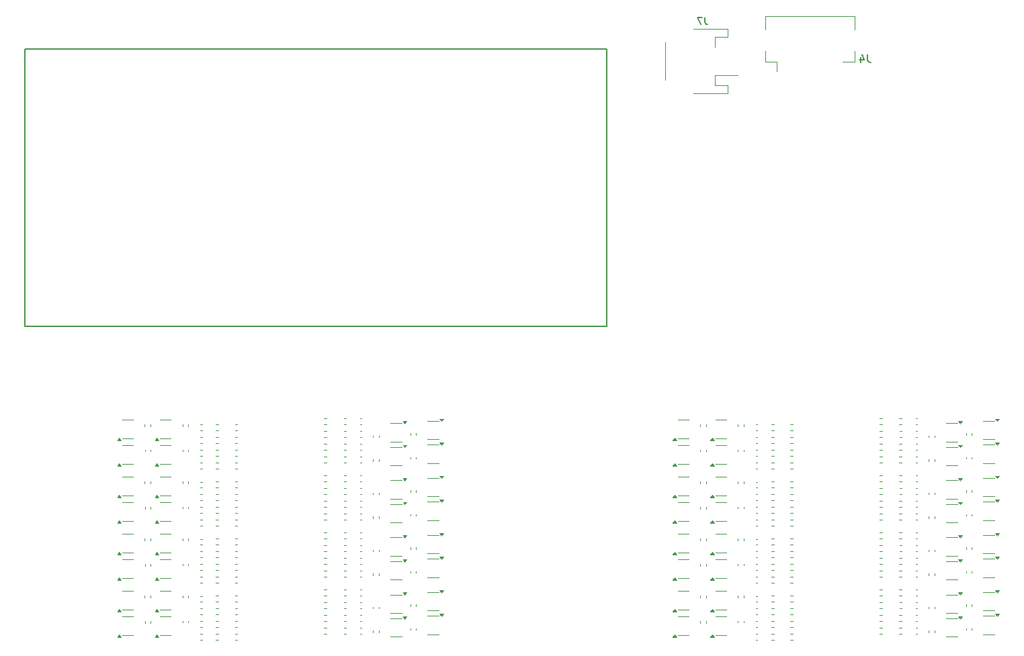
<source format=gbr>
%TF.GenerationSoftware,KiCad,Pcbnew,9.0.0-rc1*%
%TF.CreationDate,2025-02-06T15:05:50-05:00*%
%TF.ProjectId,ephys-test-board,65706879-732d-4746-9573-742d626f6172,B*%
%TF.SameCoordinates,Original*%
%TF.FileFunction,Legend,Bot*%
%TF.FilePolarity,Positive*%
%FSLAX46Y46*%
G04 Gerber Fmt 4.6, Leading zero omitted, Abs format (unit mm)*
G04 Created by KiCad (PCBNEW 9.0.0-rc1) date 2025-02-06 15:05:50*
%MOMM*%
%LPD*%
G01*
G04 APERTURE LIST*
%ADD10C,0.150000*%
%ADD11C,0.120000*%
G04 APERTURE END LIST*
D10*
X132800000Y-70100000D02*
X206100000Y-70100000D01*
X206100000Y-105000000D01*
X132800000Y-105000000D01*
X132800000Y-70100000D01*
X238983333Y-70754819D02*
X238983333Y-71469104D01*
X238983333Y-71469104D02*
X239030952Y-71611961D01*
X239030952Y-71611961D02*
X239126190Y-71707200D01*
X239126190Y-71707200D02*
X239269047Y-71754819D01*
X239269047Y-71754819D02*
X239364285Y-71754819D01*
X238078571Y-71088152D02*
X238078571Y-71754819D01*
X238316666Y-70707200D02*
X238554761Y-71421485D01*
X238554761Y-71421485D02*
X237935714Y-71421485D01*
X218499999Y-66058557D02*
X218499999Y-66701414D01*
X218499999Y-66701414D02*
X218542856Y-66829985D01*
X218542856Y-66829985D02*
X218628570Y-66915700D01*
X218628570Y-66915700D02*
X218757142Y-66958557D01*
X218757142Y-66958557D02*
X218842856Y-66958557D01*
X218157142Y-66058557D02*
X217557142Y-66058557D01*
X217557142Y-66058557D02*
X217942856Y-66958557D01*
D11*
%TO.C,U140*%
X248875000Y-138865000D02*
X250285000Y-138865000D01*
X248875000Y-141185000D02*
X250275000Y-141185000D01*
X250655000Y-138915000D02*
X250415000Y-138585000D01*
X250895000Y-138585000D01*
X250655000Y-138915000D01*
G36*
X250655000Y-138915000D02*
G01*
X250415000Y-138585000D01*
X250895000Y-138585000D01*
X250655000Y-138915000D01*
G37*
%TO.C,R63*%
X159246359Y-142220000D02*
X159553641Y-142220000D01*
X159246359Y-142980000D02*
X159553641Y-142980000D01*
%TO.C,R185*%
X229246359Y-140620000D02*
X229553641Y-140620000D01*
X229246359Y-141380000D02*
X229553641Y-141380000D01*
%TO.C,C251*%
X251365000Y-128932836D02*
X251365000Y-128717164D01*
X252085000Y-128932836D02*
X252085000Y-128717164D01*
%TO.C,R157*%
X227153641Y-126220000D02*
X226846359Y-126220000D01*
X227153641Y-126980000D02*
X226846359Y-126980000D01*
%TO.C,R74*%
X172971359Y-116645000D02*
X173278641Y-116645000D01*
X172971359Y-117405000D02*
X173278641Y-117405000D01*
%TO.C,R234*%
X242971359Y-131045000D02*
X243278641Y-131045000D01*
X242971359Y-131805000D02*
X243278641Y-131805000D01*
%TO.C,U28*%
X146450000Y-134440000D02*
X145050000Y-134440000D01*
X146450000Y-136760000D02*
X145040000Y-136760000D01*
X144910000Y-137040000D02*
X144430000Y-137040000D01*
X144670000Y-136710000D01*
X144910000Y-137040000D01*
G36*
X144910000Y-137040000D02*
G01*
X144430000Y-137040000D01*
X144670000Y-136710000D01*
X144910000Y-137040000D01*
G37*
%TO.C,C44*%
X154892164Y-129440000D02*
X155107836Y-129440000D01*
X154892164Y-130160000D02*
X155107836Y-130160000D01*
%TO.C,R232*%
X240778641Y-132645000D02*
X240471359Y-132645000D01*
X240778641Y-133405000D02*
X240471359Y-133405000D01*
%TO.C,C115*%
X181365000Y-128932836D02*
X181365000Y-128717164D01*
X182085000Y-128932836D02*
X182085000Y-128717164D01*
%TO.C,U129*%
X253525000Y-131365000D02*
X254935000Y-131365000D01*
X253525000Y-133685000D02*
X254925000Y-133685000D01*
X255305000Y-131415000D02*
X255065000Y-131085000D01*
X255545000Y-131085000D01*
X255305000Y-131415000D01*
G36*
X255305000Y-131415000D02*
G01*
X255065000Y-131085000D01*
X255545000Y-131085000D01*
X255305000Y-131415000D01*
G37*
%TO.C,C103*%
X175242836Y-125465000D02*
X175027164Y-125465000D01*
X175242836Y-126185000D02*
X175027164Y-126185000D01*
%TO.C,R112*%
X170778641Y-135845000D02*
X170471359Y-135845000D01*
X170778641Y-136605000D02*
X170471359Y-136605000D01*
%TO.C,R244*%
X242971359Y-135845000D02*
X243278641Y-135845000D01*
X242971359Y-136605000D02*
X243278641Y-136605000D01*
%TO.C,C165*%
X222640000Y-120592164D02*
X222640000Y-120807836D01*
X223360000Y-120592164D02*
X223360000Y-120807836D01*
%TO.C,R220*%
X242981359Y-125445000D02*
X243288641Y-125445000D01*
X242981359Y-126205000D02*
X243288641Y-126205000D01*
%TO.C,C25*%
X154892164Y-120640000D02*
X155107836Y-120640000D01*
X154892164Y-121360000D02*
X155107836Y-121360000D01*
%TO.C,C90*%
X181365000Y-118732836D02*
X181365000Y-118517164D01*
X182085000Y-118732836D02*
X182085000Y-118517164D01*
%TO.C,J4*%
X226050000Y-65900000D02*
X226050000Y-67640000D01*
X226050000Y-70360000D02*
X226050000Y-71700000D01*
X226050000Y-71700000D02*
X227540000Y-71700000D01*
X227540000Y-72900000D02*
X227540000Y-71700000D01*
X237350000Y-65900000D02*
X226050000Y-65900000D01*
X237350000Y-67640000D02*
X237350000Y-65900000D01*
X237350000Y-70360000D02*
X237350000Y-71700000D01*
X237350000Y-71700000D02*
X235860000Y-71700000D01*
%TO.C,C174*%
X222640000Y-124612164D02*
X222640000Y-124827836D01*
X223360000Y-124612164D02*
X223360000Y-124827836D01*
%TO.C,U22*%
X151200000Y-131240000D02*
X149800000Y-131240000D01*
X151200000Y-133560000D02*
X149790000Y-133560000D01*
X149660000Y-133840000D02*
X149180000Y-133840000D01*
X149420000Y-133510000D01*
X149660000Y-133840000D01*
G36*
X149660000Y-133840000D02*
G01*
X149180000Y-133840000D01*
X149420000Y-133510000D01*
X149660000Y-133840000D01*
G37*
%TO.C,R246*%
X240778641Y-138245000D02*
X240471359Y-138245000D01*
X240778641Y-139005000D02*
X240471359Y-139005000D01*
%TO.C,C204*%
X224892164Y-139040000D02*
X225107836Y-139040000D01*
X224892164Y-139760000D02*
X225107836Y-139760000D01*
%TO.C,C153*%
X224892164Y-117440000D02*
X225107836Y-117440000D01*
X224892164Y-118160000D02*
X225107836Y-118160000D01*
%TO.C,R104*%
X170778641Y-132645000D02*
X170471359Y-132645000D01*
X170778641Y-133405000D02*
X170471359Y-133405000D01*
%TO.C,U78*%
X216450000Y-116840000D02*
X215050000Y-116840000D01*
X216450000Y-119160000D02*
X215040000Y-119160000D01*
X214910000Y-119440000D02*
X214430000Y-119440000D01*
X214670000Y-119110000D01*
X214910000Y-119440000D01*
G36*
X214910000Y-119440000D02*
G01*
X214430000Y-119440000D01*
X214670000Y-119110000D01*
X214910000Y-119440000D01*
G37*
%TO.C,R43*%
X157153641Y-131820000D02*
X156846359Y-131820000D01*
X157153641Y-132580000D02*
X156846359Y-132580000D01*
%TO.C,R179*%
X227153641Y-135020000D02*
X226846359Y-135020000D01*
X227153641Y-135780000D02*
X226846359Y-135780000D01*
%TO.C,C27*%
X154892164Y-122240000D02*
X155107836Y-122240000D01*
X154892164Y-122960000D02*
X155107836Y-122960000D01*
%TO.C,R108*%
X172981359Y-132645000D02*
X173288641Y-132645000D01*
X172981359Y-133405000D02*
X173288641Y-133405000D01*
%TO.C,R200*%
X240778641Y-118245000D02*
X240471359Y-118245000D01*
X240778641Y-119005000D02*
X240471359Y-119005000D01*
%TO.C,R23*%
X159246359Y-124620000D02*
X159553641Y-124620000D01*
X159246359Y-125380000D02*
X159553641Y-125380000D01*
%TO.C,R242*%
X242971359Y-134245000D02*
X243278641Y-134245000D01*
X242971359Y-135005000D02*
X243278641Y-135005000D01*
%TO.C,R252*%
X242981359Y-139845000D02*
X243288641Y-139845000D01*
X242981359Y-140605000D02*
X243288641Y-140605000D01*
%TO.C,C157*%
X222640000Y-117412164D02*
X222640000Y-117627836D01*
X223360000Y-117412164D02*
X223360000Y-117627836D01*
%TO.C,U85*%
X221200000Y-124040000D02*
X219800000Y-124040000D01*
X221200000Y-126360000D02*
X219790000Y-126360000D01*
X219660000Y-126640000D02*
X219180000Y-126640000D01*
X219420000Y-126310000D01*
X219660000Y-126640000D01*
G36*
X219660000Y-126640000D02*
G01*
X219180000Y-126640000D01*
X219420000Y-126310000D01*
X219660000Y-126640000D01*
G37*
%TO.C,C19*%
X154892164Y-119040000D02*
X155107836Y-119040000D01*
X154892164Y-119760000D02*
X155107836Y-119760000D01*
%TO.C,C76*%
X154892164Y-142240000D02*
X155107836Y-142240000D01*
X154892164Y-142960000D02*
X155107836Y-142960000D01*
%TO.C,R137*%
X229246359Y-119020000D02*
X229553641Y-119020000D01*
X229246359Y-119780000D02*
X229553641Y-119780000D01*
%TO.C,C21*%
X152640000Y-117412164D02*
X152640000Y-117627836D01*
X153360000Y-117412164D02*
X153360000Y-117627836D01*
%TO.C,C230*%
X245232836Y-121465000D02*
X245017164Y-121465000D01*
X245232836Y-122185000D02*
X245017164Y-122185000D01*
%TO.C,U54*%
X178875000Y-127465000D02*
X180285000Y-127465000D01*
X178875000Y-129785000D02*
X180275000Y-129785000D01*
X180655000Y-127515000D02*
X180415000Y-127185000D01*
X180895000Y-127185000D01*
X180655000Y-127515000D01*
G36*
X180655000Y-127515000D02*
G01*
X180415000Y-127185000D01*
X180895000Y-127185000D01*
X180655000Y-127515000D01*
G37*
%TO.C,C82*%
X147903500Y-142212164D02*
X147903500Y-142427836D01*
X148623500Y-142212164D02*
X148623500Y-142427836D01*
%TO.C,C113*%
X176665000Y-129232836D02*
X176665000Y-129017164D01*
X177385000Y-129232836D02*
X177385000Y-129017164D01*
%TO.C,R98*%
X172971359Y-127045000D02*
X173278641Y-127045000D01*
X172971359Y-127805000D02*
X173278641Y-127805000D01*
%TO.C,R86*%
X170778641Y-123845000D02*
X170471359Y-123845000D01*
X170778641Y-124605000D02*
X170471359Y-124605000D01*
%TO.C,C161*%
X224892164Y-120640000D02*
X225107836Y-120640000D01*
X224892164Y-121360000D02*
X225107836Y-121360000D01*
%TO.C,R67*%
X157153641Y-142220000D02*
X156846359Y-142220000D01*
X157153641Y-142980000D02*
X156846359Y-142980000D01*
%TO.C,U39*%
X183525000Y-116965000D02*
X184935000Y-116965000D01*
X183525000Y-119285000D02*
X184925000Y-119285000D01*
X185305000Y-117015000D02*
X185065000Y-116685000D01*
X185545000Y-116685000D01*
X185305000Y-117015000D01*
G36*
X185305000Y-117015000D02*
G01*
X185065000Y-116685000D01*
X185545000Y-116685000D01*
X185305000Y-117015000D01*
G37*
%TO.C,R84*%
X172971359Y-121445000D02*
X173278641Y-121445000D01*
X172971359Y-122205000D02*
X173278641Y-122205000D01*
%TO.C,R189*%
X227153641Y-140620000D02*
X226846359Y-140620000D01*
X227153641Y-141380000D02*
X226846359Y-141380000D01*
%TO.C,C57*%
X147890000Y-131812164D02*
X147890000Y-132027836D01*
X148610000Y-131812164D02*
X148610000Y-132027836D01*
%TO.C,C29*%
X152640000Y-120592164D02*
X152640000Y-120807836D01*
X153360000Y-120592164D02*
X153360000Y-120807836D01*
%TO.C,C53*%
X154892164Y-133440000D02*
X155107836Y-133440000D01*
X154892164Y-134160000D02*
X155107836Y-134160000D01*
%TO.C,R139*%
X227153641Y-117420000D02*
X226846359Y-117420000D01*
X227153641Y-118180000D02*
X226846359Y-118180000D01*
%TO.C,R102*%
X170778641Y-131045000D02*
X170471359Y-131045000D01*
X170778641Y-131805000D02*
X170471359Y-131805000D01*
%TO.C,C249*%
X246665000Y-129232836D02*
X246665000Y-129017164D01*
X247385000Y-129232836D02*
X247385000Y-129017164D01*
%TO.C,C38*%
X152640000Y-124612164D02*
X152640000Y-124827836D01*
X153360000Y-124612164D02*
X153360000Y-124827836D01*
%TO.C,R124*%
X172981359Y-139845000D02*
X173288641Y-139845000D01*
X172981359Y-140605000D02*
X173288641Y-140605000D01*
%TO.C,R236*%
X242981359Y-132645000D02*
X243288641Y-132645000D01*
X242981359Y-133405000D02*
X243288641Y-133405000D01*
%TO.C,C243*%
X251365000Y-125932836D02*
X251365000Y-125717164D01*
X252085000Y-125932836D02*
X252085000Y-125717164D01*
%TO.C,U144*%
X248875000Y-141865000D02*
X250285000Y-141865000D01*
X248875000Y-144185000D02*
X250275000Y-144185000D01*
X250655000Y-141915000D02*
X250415000Y-141585000D01*
X250895000Y-141585000D01*
X250655000Y-141915000D01*
G36*
X250655000Y-141915000D02*
G01*
X250415000Y-141585000D01*
X250895000Y-141585000D01*
X250655000Y-141915000D01*
G37*
%TO.C,C122*%
X176665000Y-133432836D02*
X176665000Y-133217164D01*
X177385000Y-133432836D02*
X177385000Y-133217164D01*
%TO.C,C149*%
X181365000Y-143332836D02*
X181365000Y-143117164D01*
X182085000Y-143332836D02*
X182085000Y-143117164D01*
%TO.C,C279*%
X245232836Y-141465000D02*
X245017164Y-141465000D01*
X245232836Y-142185000D02*
X245017164Y-142185000D01*
%TO.C,R218*%
X242971359Y-123845000D02*
X243278641Y-123845000D01*
X242971359Y-124605000D02*
X243278641Y-124605000D01*
%TO.C,U10*%
X146450000Y-120040000D02*
X145050000Y-120040000D01*
X146450000Y-122360000D02*
X145040000Y-122360000D01*
X144910000Y-122640000D02*
X144430000Y-122640000D01*
X144670000Y-122310000D01*
X144910000Y-122640000D01*
G36*
X144910000Y-122640000D02*
G01*
X144430000Y-122640000D01*
X144670000Y-122310000D01*
X144910000Y-122640000D01*
G37*
%TO.C,R128*%
X170778641Y-143045000D02*
X170471359Y-143045000D01*
X170778641Y-143805000D02*
X170471359Y-143805000D01*
%TO.C,R45*%
X157153641Y-133420000D02*
X156846359Y-133420000D01*
X157153641Y-134180000D02*
X156846359Y-134180000D01*
%TO.C,C216*%
X222640000Y-142192164D02*
X222640000Y-142407836D01*
X223360000Y-142192164D02*
X223360000Y-142407836D01*
%TO.C,C277*%
X251365000Y-140332836D02*
X251365000Y-140117164D01*
X252085000Y-140332836D02*
X252085000Y-140117164D01*
%TO.C,C145*%
X175232836Y-143065000D02*
X175017164Y-143065000D01*
X175232836Y-143785000D02*
X175017164Y-143785000D01*
%TO.C,C36*%
X154892164Y-126240000D02*
X155107836Y-126240000D01*
X154892164Y-126960000D02*
X155107836Y-126960000D01*
%TO.C,R88*%
X170778641Y-125445000D02*
X170471359Y-125445000D01*
X170778641Y-126205000D02*
X170471359Y-126205000D01*
%TO.C,C72*%
X152640000Y-139012164D02*
X152640000Y-139227836D01*
X153360000Y-139012164D02*
X153360000Y-139227836D01*
%TO.C,C212*%
X224892164Y-142240000D02*
X225107836Y-142240000D01*
X224892164Y-142960000D02*
X225107836Y-142960000D01*
%TO.C,R116*%
X172971359Y-135845000D02*
X173278641Y-135845000D01*
X172971359Y-136605000D02*
X173278641Y-136605000D01*
%TO.C,R94*%
X170778641Y-127045000D02*
X170471359Y-127045000D01*
X170778641Y-127805000D02*
X170471359Y-127805000D01*
%TO.C,C155*%
X224892164Y-119040000D02*
X225107836Y-119040000D01*
X224892164Y-119760000D02*
X225107836Y-119760000D01*
%TO.C,C132*%
X181365000Y-136132836D02*
X181365000Y-135917164D01*
X182085000Y-136132836D02*
X182085000Y-135917164D01*
%TO.C,C189*%
X224892164Y-133440000D02*
X225107836Y-133440000D01*
X224892164Y-134160000D02*
X225107836Y-134160000D01*
%TO.C,C266*%
X246665000Y-136432836D02*
X246665000Y-136217164D01*
X247385000Y-136432836D02*
X247385000Y-136217164D01*
%TO.C,U117*%
X248875000Y-120265000D02*
X250285000Y-120265000D01*
X248875000Y-122585000D02*
X250275000Y-122585000D01*
X250655000Y-120315000D02*
X250415000Y-119985000D01*
X250895000Y-119985000D01*
X250655000Y-120315000D01*
G36*
X250655000Y-120315000D02*
G01*
X250415000Y-119985000D01*
X250895000Y-119985000D01*
X250655000Y-120315000D01*
G37*
%TO.C,C40*%
X147890000Y-124612164D02*
X147890000Y-124827836D01*
X148610000Y-124612164D02*
X148610000Y-124827836D01*
%TO.C,R155*%
X227153641Y-124620000D02*
X226846359Y-124620000D01*
X227153641Y-125380000D02*
X226846359Y-125380000D01*
%TO.C,R216*%
X240778641Y-125445000D02*
X240471359Y-125445000D01*
X240778641Y-126205000D02*
X240471359Y-126205000D01*
%TO.C,U52*%
X183525000Y-127165000D02*
X184935000Y-127165000D01*
X183525000Y-129485000D02*
X184925000Y-129485000D01*
X185305000Y-127215000D02*
X185065000Y-126885000D01*
X185545000Y-126885000D01*
X185305000Y-127215000D01*
G36*
X185305000Y-127215000D02*
G01*
X185065000Y-126885000D01*
X185545000Y-126885000D01*
X185305000Y-127215000D01*
G37*
%TO.C,R181*%
X227153641Y-136620000D02*
X226846359Y-136620000D01*
X227153641Y-137380000D02*
X226846359Y-137380000D01*
%TO.C,U133*%
X253525000Y-134365000D02*
X254935000Y-134365000D01*
X253525000Y-136685000D02*
X254925000Y-136685000D01*
X255305000Y-134415000D02*
X255065000Y-134085000D01*
X255545000Y-134085000D01*
X255305000Y-134415000D01*
G36*
X255305000Y-134415000D02*
G01*
X255065000Y-134085000D01*
X255545000Y-134085000D01*
X255305000Y-134415000D01*
G37*
%TO.C,C88*%
X176665000Y-119032836D02*
X176665000Y-118817164D01*
X177385000Y-119032836D02*
X177385000Y-118817164D01*
%TO.C,U76*%
X221200000Y-116840000D02*
X219800000Y-116840000D01*
X221200000Y-119160000D02*
X219790000Y-119160000D01*
X219660000Y-119440000D02*
X219180000Y-119440000D01*
X219420000Y-119110000D01*
X219660000Y-119440000D01*
G36*
X219660000Y-119440000D02*
G01*
X219180000Y-119440000D01*
X219420000Y-119110000D01*
X219660000Y-119440000D01*
G37*
%TO.C,R250*%
X242971359Y-138245000D02*
X243278641Y-138245000D01*
X242971359Y-139005000D02*
X243278641Y-139005000D01*
%TO.C,U113*%
X248875000Y-117265000D02*
X250285000Y-117265000D01*
X248875000Y-119585000D02*
X250275000Y-119585000D01*
X250655000Y-117315000D02*
X250415000Y-116985000D01*
X250895000Y-116985000D01*
X250655000Y-117315000D01*
G36*
X250655000Y-117315000D02*
G01*
X250415000Y-116985000D01*
X250895000Y-116985000D01*
X250655000Y-117315000D01*
G37*
%TO.C,C206*%
X224892164Y-140640000D02*
X225107836Y-140640000D01*
X224892164Y-141360000D02*
X225107836Y-141360000D01*
%TO.C,U89*%
X221200000Y-127240000D02*
X219800000Y-127240000D01*
X221200000Y-129560000D02*
X219790000Y-129560000D01*
X219660000Y-129840000D02*
X219180000Y-129840000D01*
X219420000Y-129510000D01*
X219660000Y-129840000D01*
G36*
X219660000Y-129840000D02*
G01*
X219180000Y-129840000D01*
X219420000Y-129510000D01*
X219660000Y-129840000D01*
G37*
%TO.C,U24*%
X146450000Y-131240000D02*
X145050000Y-131240000D01*
X146450000Y-133560000D02*
X145040000Y-133560000D01*
X144910000Y-133840000D02*
X144430000Y-133840000D01*
X144670000Y-133510000D01*
X144910000Y-133840000D01*
G36*
X144910000Y-133840000D02*
G01*
X144430000Y-133840000D01*
X144670000Y-133510000D01*
X144910000Y-133840000D01*
G37*
%TO.C,R92*%
X172981359Y-125445000D02*
X173288641Y-125445000D01*
X172981359Y-126205000D02*
X173288641Y-126205000D01*
%TO.C,R147*%
X227153641Y-120620000D02*
X226846359Y-120620000D01*
X227153641Y-121380000D02*
X226846359Y-121380000D01*
%TO.C,U80*%
X221200000Y-120040000D02*
X219800000Y-120040000D01*
X221200000Y-122360000D02*
X219790000Y-122360000D01*
X219660000Y-122640000D02*
X219180000Y-122640000D01*
X219420000Y-122310000D01*
X219660000Y-122640000D01*
G36*
X219660000Y-122640000D02*
G01*
X219180000Y-122640000D01*
X219420000Y-122310000D01*
X219660000Y-122640000D01*
G37*
%TO.C,C42*%
X154892164Y-127840000D02*
X155107836Y-127840000D01*
X154892164Y-128560000D02*
X155107836Y-128560000D01*
%TO.C,U72*%
X178875000Y-141865000D02*
X180285000Y-141865000D01*
X178875000Y-144185000D02*
X180275000Y-144185000D01*
X180655000Y-141915000D02*
X180415000Y-141585000D01*
X180895000Y-141585000D01*
X180655000Y-141915000D01*
G36*
X180655000Y-141915000D02*
G01*
X180415000Y-141585000D01*
X180895000Y-141585000D01*
X180655000Y-141915000D01*
G37*
%TO.C,U122*%
X248875000Y-124465000D02*
X250285000Y-124465000D01*
X248875000Y-126785000D02*
X250275000Y-126785000D01*
X250655000Y-124515000D02*
X250415000Y-124185000D01*
X250895000Y-124185000D01*
X250655000Y-124515000D01*
G36*
X250655000Y-124515000D02*
G01*
X250415000Y-124185000D01*
X250895000Y-124185000D01*
X250655000Y-124515000D01*
G37*
%TO.C,C141*%
X181365000Y-140332836D02*
X181365000Y-140117164D01*
X182085000Y-140332836D02*
X182085000Y-140117164D01*
%TO.C,U26*%
X151200000Y-134440000D02*
X149800000Y-134440000D01*
X151200000Y-136760000D02*
X149790000Y-136760000D01*
X149660000Y-137040000D02*
X149180000Y-137040000D01*
X149420000Y-136710000D01*
X149660000Y-137040000D01*
G36*
X149660000Y-137040000D02*
G01*
X149180000Y-137040000D01*
X149420000Y-136710000D01*
X149660000Y-137040000D01*
G37*
%TO.C,R222*%
X240778641Y-127045000D02*
X240471359Y-127045000D01*
X240778641Y-127805000D02*
X240471359Y-127805000D01*
%TO.C,R80*%
X170778641Y-121445000D02*
X170471359Y-121445000D01*
X170778641Y-122205000D02*
X170471359Y-122205000D01*
%TO.C,R238*%
X240778641Y-134245000D02*
X240471359Y-134245000D01*
X240778641Y-135005000D02*
X240471359Y-135005000D01*
%TO.C,R59*%
X157153641Y-139020000D02*
X156846359Y-139020000D01*
X157153641Y-139780000D02*
X156846359Y-139780000D01*
%TO.C,C247*%
X245232836Y-128665000D02*
X245017164Y-128665000D01*
X245232836Y-129385000D02*
X245017164Y-129385000D01*
%TO.C,U82*%
X216450000Y-120040000D02*
X215050000Y-120040000D01*
X216450000Y-122360000D02*
X215040000Y-122360000D01*
X214910000Y-122640000D02*
X214430000Y-122640000D01*
X214670000Y-122310000D01*
X214910000Y-122640000D01*
G36*
X214910000Y-122640000D02*
G01*
X214430000Y-122640000D01*
X214670000Y-122310000D01*
X214910000Y-122640000D01*
G37*
%TO.C,C178*%
X224892164Y-127840000D02*
X225107836Y-127840000D01*
X224892164Y-128560000D02*
X225107836Y-128560000D01*
%TO.C,R173*%
X227153641Y-133420000D02*
X226846359Y-133420000D01*
X227153641Y-134180000D02*
X226846359Y-134180000D01*
%TO.C,C222*%
X245242836Y-118265000D02*
X245027164Y-118265000D01*
X245242836Y-118985000D02*
X245027164Y-118985000D01*
%TO.C,C92*%
X175232836Y-119865000D02*
X175017164Y-119865000D01*
X175232836Y-120585000D02*
X175017164Y-120585000D01*
%TO.C,U35*%
X151200000Y-141640000D02*
X149800000Y-141640000D01*
X151200000Y-143960000D02*
X149790000Y-143960000D01*
X149660000Y-144240000D02*
X149180000Y-144240000D01*
X149420000Y-143910000D01*
X149660000Y-144240000D01*
G36*
X149660000Y-144240000D02*
G01*
X149180000Y-144240000D01*
X149420000Y-143910000D01*
X149660000Y-144240000D01*
G37*
%TO.C,C65*%
X147903500Y-135012164D02*
X147903500Y-135227836D01*
X148623500Y-135012164D02*
X148623500Y-135227836D01*
%TO.C,R21*%
X157153641Y-122220000D02*
X156846359Y-122220000D01*
X157153641Y-122980000D02*
X156846359Y-122980000D01*
%TO.C,C98*%
X181365000Y-121732836D02*
X181365000Y-121517164D01*
X182085000Y-121732836D02*
X182085000Y-121517164D01*
%TO.C,C74*%
X147890000Y-139012164D02*
X147890000Y-139227836D01*
X148610000Y-139012164D02*
X148610000Y-139227836D01*
%TO.C,C51*%
X154892164Y-131840000D02*
X155107836Y-131840000D01*
X154892164Y-132560000D02*
X155107836Y-132560000D01*
%TO.C,R175*%
X229246359Y-135020000D02*
X229553641Y-135020000D01*
X229246359Y-135780000D02*
X229553641Y-135780000D01*
%TO.C,C241*%
X246665000Y-126232836D02*
X246665000Y-126017164D01*
X247385000Y-126232836D02*
X247385000Y-126017164D01*
%TO.C,C191*%
X222640000Y-131812164D02*
X222640000Y-132027836D01*
X223360000Y-131812164D02*
X223360000Y-132027836D01*
%TO.C,R69*%
X157153641Y-143820000D02*
X156846359Y-143820000D01*
X157153641Y-144580000D02*
X156846359Y-144580000D01*
%TO.C,U138*%
X253525000Y-138565000D02*
X254935000Y-138565000D01*
X253525000Y-140885000D02*
X254925000Y-140885000D01*
X255305000Y-138615000D02*
X255065000Y-138285000D01*
X255545000Y-138285000D01*
X255305000Y-138615000D01*
G36*
X255305000Y-138615000D02*
G01*
X255065000Y-138285000D01*
X255545000Y-138285000D01*
X255305000Y-138615000D01*
G37*
%TO.C,C55*%
X152640000Y-131812164D02*
X152640000Y-132027836D01*
X153360000Y-131812164D02*
X153360000Y-132027836D01*
%TO.C,R228*%
X242971359Y-128645000D02*
X243278641Y-128645000D01*
X242971359Y-129405000D02*
X243278641Y-129405000D01*
%TO.C,C128*%
X175232836Y-135865000D02*
X175017164Y-135865000D01*
X175232836Y-136585000D02*
X175017164Y-136585000D01*
%TO.C,C210*%
X217890000Y-139012164D02*
X217890000Y-139227836D01*
X218610000Y-139012164D02*
X218610000Y-139227836D01*
%TO.C,U109*%
X216450000Y-141640000D02*
X215050000Y-141640000D01*
X216450000Y-143960000D02*
X215040000Y-143960000D01*
X214910000Y-144240000D02*
X214430000Y-144240000D01*
X214670000Y-143910000D01*
X214910000Y-144240000D01*
G36*
X214910000Y-144240000D02*
G01*
X214430000Y-144240000D01*
X214670000Y-143910000D01*
X214910000Y-144240000D01*
G37*
%TO.C,R198*%
X240778641Y-116645000D02*
X240471359Y-116645000D01*
X240778641Y-117405000D02*
X240471359Y-117405000D01*
%TO.C,C262*%
X245232836Y-134265000D02*
X245017164Y-134265000D01*
X245232836Y-134985000D02*
X245017164Y-134985000D01*
%TO.C,C273*%
X245242836Y-139865000D02*
X245027164Y-139865000D01*
X245242836Y-140585000D02*
X245027164Y-140585000D01*
%TO.C,C139*%
X176665000Y-140632836D02*
X176665000Y-140417164D01*
X177385000Y-140632836D02*
X177385000Y-140417164D01*
%TO.C,R76*%
X172981359Y-118245000D02*
X173288641Y-118245000D01*
X172981359Y-119005000D02*
X173288641Y-119005000D01*
%TO.C,R167*%
X229246359Y-131820000D02*
X229553641Y-131820000D01*
X229246359Y-132580000D02*
X229553641Y-132580000D01*
%TO.C,U70*%
X183525000Y-141565000D02*
X184935000Y-141565000D01*
X183525000Y-143885000D02*
X184925000Y-143885000D01*
X185305000Y-141615000D02*
X185065000Y-141285000D01*
X185545000Y-141285000D01*
X185305000Y-141615000D01*
G36*
X185305000Y-141615000D02*
G01*
X185065000Y-141285000D01*
X185545000Y-141285000D01*
X185305000Y-141615000D01*
G37*
%TO.C,C234*%
X251365000Y-121732836D02*
X251365000Y-121517164D01*
X252085000Y-121732836D02*
X252085000Y-121517164D01*
%TO.C,C208*%
X222640000Y-139012164D02*
X222640000Y-139227836D01*
X223360000Y-139012164D02*
X223360000Y-139227836D01*
%TO.C,U87*%
X216450000Y-124040000D02*
X215050000Y-124040000D01*
X216450000Y-126360000D02*
X215040000Y-126360000D01*
X214910000Y-126640000D02*
X214430000Y-126640000D01*
X214670000Y-126310000D01*
X214910000Y-126640000D01*
G36*
X214910000Y-126640000D02*
G01*
X214430000Y-126640000D01*
X214670000Y-126310000D01*
X214910000Y-126640000D01*
G37*
%TO.C,U120*%
X253525000Y-124165000D02*
X254935000Y-124165000D01*
X253525000Y-126485000D02*
X254925000Y-126485000D01*
X255305000Y-124215000D02*
X255065000Y-123885000D01*
X255545000Y-123885000D01*
X255305000Y-124215000D01*
G36*
X255305000Y-124215000D02*
G01*
X255065000Y-123885000D01*
X255545000Y-123885000D01*
X255305000Y-124215000D01*
G37*
%TO.C,R25*%
X159246359Y-126220000D02*
X159553641Y-126220000D01*
X159246359Y-126980000D02*
X159553641Y-126980000D01*
%TO.C,C197*%
X224892164Y-136640000D02*
X225107836Y-136640000D01*
X224892164Y-137360000D02*
X225107836Y-137360000D01*
%TO.C,C120*%
X175242836Y-132665000D02*
X175027164Y-132665000D01*
X175242836Y-133385000D02*
X175027164Y-133385000D01*
%TO.C,C271*%
X245232836Y-138265000D02*
X245017164Y-138265000D01*
X245232836Y-138985000D02*
X245017164Y-138985000D01*
%TO.C,C170*%
X224892164Y-124640000D02*
X225107836Y-124640000D01*
X224892164Y-125360000D02*
X225107836Y-125360000D01*
%TO.C,U98*%
X221200000Y-134440000D02*
X219800000Y-134440000D01*
X221200000Y-136760000D02*
X219790000Y-136760000D01*
X219660000Y-137040000D02*
X219180000Y-137040000D01*
X219420000Y-136710000D01*
X219660000Y-137040000D01*
G36*
X219660000Y-137040000D02*
G01*
X219180000Y-137040000D01*
X219420000Y-136710000D01*
X219660000Y-137040000D01*
G37*
%TO.C,U100*%
X216450000Y-134440000D02*
X215050000Y-134440000D01*
X216450000Y-136760000D02*
X215040000Y-136760000D01*
X214910000Y-137040000D02*
X214430000Y-137040000D01*
X214670000Y-136710000D01*
X214910000Y-137040000D01*
G36*
X214910000Y-137040000D02*
G01*
X214430000Y-137040000D01*
X214670000Y-136710000D01*
X214910000Y-137040000D01*
G37*
%TO.C,U41*%
X178875000Y-117265000D02*
X180285000Y-117265000D01*
X178875000Y-119585000D02*
X180275000Y-119585000D01*
X180655000Y-117315000D02*
X180415000Y-116985000D01*
X180895000Y-116985000D01*
X180655000Y-117315000D01*
G36*
X180655000Y-117315000D02*
G01*
X180415000Y-116985000D01*
X180895000Y-116985000D01*
X180655000Y-117315000D01*
G37*
%TO.C,C59*%
X154892164Y-135040000D02*
X155107836Y-135040000D01*
X154892164Y-135760000D02*
X155107836Y-135760000D01*
%TO.C,R57*%
X159246359Y-140620000D02*
X159553641Y-140620000D01*
X159246359Y-141380000D02*
X159553641Y-141380000D01*
%TO.C,R195*%
X227153641Y-142220000D02*
X226846359Y-142220000D01*
X227153641Y-142980000D02*
X226846359Y-142980000D01*
%TO.C,R145*%
X229246359Y-122220000D02*
X229553641Y-122220000D01*
X229246359Y-122980000D02*
X229553641Y-122980000D01*
%TO.C,C135*%
X175232836Y-138265000D02*
X175017164Y-138265000D01*
X175232836Y-138985000D02*
X175017164Y-138985000D01*
%TO.C,C193*%
X217890000Y-131812164D02*
X217890000Y-132027836D01*
X218610000Y-131812164D02*
X218610000Y-132027836D01*
%TO.C,R65*%
X159246359Y-143820000D02*
X159553641Y-143820000D01*
X159246359Y-144580000D02*
X159553641Y-144580000D01*
%TO.C,R39*%
X159246359Y-131820000D02*
X159553641Y-131820000D01*
X159246359Y-132580000D02*
X159553641Y-132580000D01*
%TO.C,R27*%
X157153641Y-124620000D02*
X156846359Y-124620000D01*
X157153641Y-125380000D02*
X156846359Y-125380000D01*
%TO.C,R197*%
X227153641Y-143820000D02*
X226846359Y-143820000D01*
X227153641Y-144580000D02*
X226846359Y-144580000D01*
%TO.C,C281*%
X245232836Y-143065000D02*
X245017164Y-143065000D01*
X245232836Y-143785000D02*
X245017164Y-143785000D01*
%TO.C,U33*%
X146450000Y-138440000D02*
X145050000Y-138440000D01*
X146450000Y-140760000D02*
X145040000Y-140760000D01*
X144910000Y-141040000D02*
X144430000Y-141040000D01*
X144670000Y-140710000D01*
X144910000Y-141040000D01*
G36*
X144910000Y-141040000D02*
G01*
X144430000Y-141040000D01*
X144670000Y-140710000D01*
X144910000Y-141040000D01*
G37*
%TO.C,C285*%
X251365000Y-143332836D02*
X251365000Y-143117164D01*
X252085000Y-143332836D02*
X252085000Y-143117164D01*
%TO.C,U6*%
X146450000Y-116840000D02*
X145050000Y-116840000D01*
X146450000Y-119160000D02*
X145040000Y-119160000D01*
X144910000Y-119440000D02*
X144430000Y-119440000D01*
X144670000Y-119110000D01*
X144910000Y-119440000D01*
G36*
X144910000Y-119440000D02*
G01*
X144430000Y-119440000D01*
X144670000Y-119110000D01*
X144910000Y-119440000D01*
G37*
%TO.C,U57*%
X183525000Y-131365000D02*
X184935000Y-131365000D01*
X183525000Y-133685000D02*
X184925000Y-133685000D01*
X185305000Y-131415000D02*
X185065000Y-131085000D01*
X185545000Y-131085000D01*
X185305000Y-131415000D01*
G36*
X185305000Y-131415000D02*
G01*
X185065000Y-131085000D01*
X185545000Y-131085000D01*
X185305000Y-131415000D01*
G37*
%TO.C,R260*%
X242971359Y-143045000D02*
X243278641Y-143045000D01*
X242971359Y-143805000D02*
X243278641Y-143805000D01*
%TO.C,R230*%
X240778641Y-131045000D02*
X240471359Y-131045000D01*
X240778641Y-131805000D02*
X240471359Y-131805000D01*
%TO.C,C182*%
X222640000Y-127792164D02*
X222640000Y-128007836D01*
X223360000Y-127792164D02*
X223360000Y-128007836D01*
%TO.C,C137*%
X175242836Y-139865000D02*
X175027164Y-139865000D01*
X175242836Y-140585000D02*
X175027164Y-140585000D01*
%TO.C,C268*%
X251365000Y-136132836D02*
X251365000Y-135917164D01*
X252085000Y-136132836D02*
X252085000Y-135917164D01*
%TO.C,R61*%
X157153641Y-140620000D02*
X156846359Y-140620000D01*
X157153641Y-141380000D02*
X156846359Y-141380000D01*
%TO.C,C275*%
X246665000Y-140632836D02*
X246665000Y-140417164D01*
X247385000Y-140632836D02*
X247385000Y-140417164D01*
%TO.C,R161*%
X229246359Y-129420000D02*
X229553641Y-129420000D01*
X229246359Y-130180000D02*
X229553641Y-130180000D01*
%TO.C,C258*%
X246665000Y-133432836D02*
X246665000Y-133217164D01*
X247385000Y-133432836D02*
X247385000Y-133217164D01*
%TO.C,U61*%
X183525000Y-134365000D02*
X184935000Y-134365000D01*
X183525000Y-136685000D02*
X184925000Y-136685000D01*
X185305000Y-134415000D02*
X185065000Y-134085000D01*
X185545000Y-134085000D01*
X185305000Y-134415000D01*
G36*
X185305000Y-134415000D02*
G01*
X185065000Y-134085000D01*
X185545000Y-134085000D01*
X185305000Y-134415000D01*
G37*
%TO.C,R15*%
X159246359Y-120620000D02*
X159553641Y-120620000D01*
X159246359Y-121380000D02*
X159553641Y-121380000D01*
%TO.C,C105*%
X176665000Y-126232836D02*
X176665000Y-126017164D01*
X177385000Y-126232836D02*
X177385000Y-126017164D01*
%TO.C,C214*%
X224892164Y-143840000D02*
X225107836Y-143840000D01*
X224892164Y-144560000D02*
X225107836Y-144560000D01*
%TO.C,U13*%
X151200000Y-124040000D02*
X149800000Y-124040000D01*
X151200000Y-126360000D02*
X149790000Y-126360000D01*
X149660000Y-126640000D02*
X149180000Y-126640000D01*
X149420000Y-126310000D01*
X149660000Y-126640000D01*
G36*
X149660000Y-126640000D02*
G01*
X149180000Y-126640000D01*
X149420000Y-126310000D01*
X149660000Y-126640000D01*
G37*
%TO.C,U8*%
X151200000Y-120040000D02*
X149800000Y-120040000D01*
X151200000Y-122360000D02*
X149790000Y-122360000D01*
X149660000Y-122640000D02*
X149180000Y-122640000D01*
X149420000Y-122310000D01*
X149660000Y-122640000D01*
G36*
X149660000Y-122640000D02*
G01*
X149180000Y-122640000D01*
X149420000Y-122310000D01*
X149660000Y-122640000D01*
G37*
%TO.C,C254*%
X245232836Y-131065000D02*
X245017164Y-131065000D01*
X245232836Y-131785000D02*
X245017164Y-131785000D01*
%TO.C,U31*%
X151200000Y-138440000D02*
X149800000Y-138440000D01*
X151200000Y-140760000D02*
X149790000Y-140760000D01*
X149660000Y-141040000D02*
X149180000Y-141040000D01*
X149420000Y-140710000D01*
X149660000Y-141040000D01*
G36*
X149660000Y-141040000D02*
G01*
X149180000Y-141040000D01*
X149420000Y-140710000D01*
X149660000Y-141040000D01*
G37*
%TO.C,R122*%
X172971359Y-138245000D02*
X173278641Y-138245000D01*
X172971359Y-139005000D02*
X173278641Y-139005000D01*
%TO.C,U4*%
X151200000Y-116840000D02*
X149800000Y-116840000D01*
X151200000Y-119160000D02*
X149790000Y-119160000D01*
X149660000Y-119440000D02*
X149180000Y-119440000D01*
X149420000Y-119110000D01*
X149660000Y-119440000D01*
G36*
X149660000Y-119440000D02*
G01*
X149180000Y-119440000D01*
X149420000Y-119110000D01*
X149660000Y-119440000D01*
G37*
%TO.C,C167*%
X217903500Y-120612164D02*
X217903500Y-120827836D01*
X218623500Y-120612164D02*
X218623500Y-120827836D01*
%TO.C,R120*%
X170778641Y-139845000D02*
X170471359Y-139845000D01*
X170778641Y-140605000D02*
X170471359Y-140605000D01*
%TO.C,C130*%
X176665000Y-136432836D02*
X176665000Y-136217164D01*
X177385000Y-136432836D02*
X177385000Y-136217164D01*
%TO.C,R153*%
X229246359Y-126220000D02*
X229553641Y-126220000D01*
X229246359Y-126980000D02*
X229553641Y-126980000D01*
%TO.C,U50*%
X178875000Y-124465000D02*
X180285000Y-124465000D01*
X178875000Y-126785000D02*
X180275000Y-126785000D01*
X180655000Y-124515000D02*
X180415000Y-124185000D01*
X180895000Y-124185000D01*
X180655000Y-124515000D01*
G36*
X180655000Y-124515000D02*
G01*
X180415000Y-124185000D01*
X180895000Y-124185000D01*
X180655000Y-124515000D01*
G37*
%TO.C,U43*%
X183525000Y-119965000D02*
X184935000Y-119965000D01*
X183525000Y-122285000D02*
X184925000Y-122285000D01*
X185305000Y-120015000D02*
X185065000Y-119685000D01*
X185545000Y-119685000D01*
X185305000Y-120015000D01*
G36*
X185305000Y-120015000D02*
G01*
X185065000Y-119685000D01*
X185545000Y-119685000D01*
X185305000Y-120015000D01*
G37*
%TO.C,U15*%
X146450000Y-124040000D02*
X145050000Y-124040000D01*
X146450000Y-126360000D02*
X145040000Y-126360000D01*
X144910000Y-126640000D02*
X144430000Y-126640000D01*
X144670000Y-126310000D01*
X144910000Y-126640000D01*
G36*
X144910000Y-126640000D02*
G01*
X144430000Y-126640000D01*
X144670000Y-126310000D01*
X144910000Y-126640000D01*
G37*
%TO.C,R53*%
X157153641Y-136620000D02*
X156846359Y-136620000D01*
X157153641Y-137380000D02*
X156846359Y-137380000D01*
%TO.C,C245*%
X245232836Y-127065000D02*
X245017164Y-127065000D01*
X245232836Y-127785000D02*
X245017164Y-127785000D01*
%TO.C,R11*%
X157153641Y-117420000D02*
X156846359Y-117420000D01*
X157153641Y-118180000D02*
X156846359Y-118180000D01*
%TO.C,C237*%
X245232836Y-123865000D02*
X245017164Y-123865000D01*
X245232836Y-124585000D02*
X245017164Y-124585000D01*
%TO.C,R70*%
X170778641Y-116645000D02*
X170471359Y-116645000D01*
X170778641Y-117405000D02*
X170471359Y-117405000D01*
%TO.C,R132*%
X172971359Y-143045000D02*
X173278641Y-143045000D01*
X172971359Y-143805000D02*
X173278641Y-143805000D01*
%TO.C,C126*%
X175232836Y-134265000D02*
X175017164Y-134265000D01*
X175232836Y-134985000D02*
X175017164Y-134985000D01*
%TO.C,C17*%
X154892164Y-117440000D02*
X155107836Y-117440000D01*
X154892164Y-118160000D02*
X155107836Y-118160000D01*
%TO.C,R82*%
X172971359Y-119845000D02*
X173278641Y-119845000D01*
X172971359Y-120605000D02*
X173278641Y-120605000D01*
%TO.C,C180*%
X224892164Y-129440000D02*
X225107836Y-129440000D01*
X224892164Y-130160000D02*
X225107836Y-130160000D01*
%TO.C,R9*%
X159246359Y-119020000D02*
X159553641Y-119020000D01*
X159246359Y-119780000D02*
X159553641Y-119780000D01*
%TO.C,R37*%
X157153641Y-129420000D02*
X156846359Y-129420000D01*
X157153641Y-130180000D02*
X156846359Y-130180000D01*
%TO.C,U111*%
X253525000Y-116965000D02*
X254935000Y-116965000D01*
X253525000Y-119285000D02*
X254925000Y-119285000D01*
X255305000Y-117015000D02*
X255065000Y-116685000D01*
X255545000Y-116685000D01*
X255305000Y-117015000D01*
G36*
X255305000Y-117015000D02*
G01*
X255065000Y-116685000D01*
X255545000Y-116685000D01*
X255305000Y-117015000D01*
G37*
%TO.C,R177*%
X229246359Y-136620000D02*
X229553641Y-136620000D01*
X229246359Y-137380000D02*
X229553641Y-137380000D01*
%TO.C,R248*%
X240778641Y-139845000D02*
X240471359Y-139845000D01*
X240778641Y-140605000D02*
X240471359Y-140605000D01*
%TO.C,R183*%
X229246359Y-139020000D02*
X229553641Y-139020000D01*
X229246359Y-139780000D02*
X229553641Y-139780000D01*
%TO.C,U68*%
X178875000Y-138865000D02*
X180285000Y-138865000D01*
X178875000Y-141185000D02*
X180275000Y-141185000D01*
X180655000Y-138915000D02*
X180415000Y-138585000D01*
X180895000Y-138585000D01*
X180655000Y-138915000D01*
G36*
X180655000Y-138915000D02*
G01*
X180415000Y-138585000D01*
X180895000Y-138585000D01*
X180655000Y-138915000D01*
G37*
%TO.C,C78*%
X154892164Y-143840000D02*
X155107836Y-143840000D01*
X154892164Y-144560000D02*
X155107836Y-144560000D01*
%TO.C,U96*%
X216450000Y-131240000D02*
X215050000Y-131240000D01*
X216450000Y-133560000D02*
X215040000Y-133560000D01*
X214910000Y-133840000D02*
X214430000Y-133840000D01*
X214670000Y-133510000D01*
X214910000Y-133840000D01*
G36*
X214910000Y-133840000D02*
G01*
X214430000Y-133840000D01*
X214670000Y-133510000D01*
X214910000Y-133840000D01*
G37*
%TO.C,R202*%
X242971359Y-116645000D02*
X243278641Y-116645000D01*
X242971359Y-117405000D02*
X243278641Y-117405000D01*
%TO.C,R78*%
X170778641Y-119845000D02*
X170471359Y-119845000D01*
X170778641Y-120605000D02*
X170471359Y-120605000D01*
%TO.C,C199*%
X222640000Y-134992164D02*
X222640000Y-135207836D01*
X223360000Y-134992164D02*
X223360000Y-135207836D01*
%TO.C,R106*%
X172971359Y-131045000D02*
X173278641Y-131045000D01*
X172971359Y-131805000D02*
X173278641Y-131805000D01*
%TO.C,C218*%
X217903500Y-142212164D02*
X217903500Y-142427836D01*
X218623500Y-142212164D02*
X218623500Y-142427836D01*
%TO.C,C163*%
X224892164Y-122240000D02*
X225107836Y-122240000D01*
X224892164Y-122960000D02*
X225107836Y-122960000D01*
%TO.C,R224*%
X240778641Y-128645000D02*
X240471359Y-128645000D01*
X240778641Y-129405000D02*
X240471359Y-129405000D01*
%TO.C,R7*%
X159246359Y-117420000D02*
X159553641Y-117420000D01*
X159246359Y-118180000D02*
X159553641Y-118180000D01*
%TO.C,C34*%
X154892164Y-124640000D02*
X155107836Y-124640000D01*
X154892164Y-125360000D02*
X155107836Y-125360000D01*
%TO.C,R130*%
X172971359Y-141445000D02*
X173278641Y-141445000D01*
X172971359Y-142205000D02*
X173278641Y-142205000D01*
%TO.C,C94*%
X175232836Y-121465000D02*
X175017164Y-121465000D01*
X175232836Y-122185000D02*
X175017164Y-122185000D01*
%TO.C,C109*%
X175232836Y-127065000D02*
X175017164Y-127065000D01*
X175232836Y-127785000D02*
X175017164Y-127785000D01*
%TO.C,C107*%
X181365000Y-125932836D02*
X181365000Y-125717164D01*
X182085000Y-125932836D02*
X182085000Y-125717164D01*
%TO.C,C96*%
X176665000Y-122032836D02*
X176665000Y-121817164D01*
X177385000Y-122032836D02*
X177385000Y-121817164D01*
%TO.C,U135*%
X248875000Y-134665000D02*
X250285000Y-134665000D01*
X248875000Y-136985000D02*
X250275000Y-136985000D01*
X250655000Y-134715000D02*
X250415000Y-134385000D01*
X250895000Y-134385000D01*
X250655000Y-134715000D01*
G36*
X250655000Y-134715000D02*
G01*
X250415000Y-134385000D01*
X250895000Y-134385000D01*
X250655000Y-134715000D01*
G37*
%TO.C,R159*%
X229246359Y-127820000D02*
X229553641Y-127820000D01*
X229246359Y-128580000D02*
X229553641Y-128580000D01*
%TO.C,R151*%
X229246359Y-124620000D02*
X229553641Y-124620000D01*
X229246359Y-125380000D02*
X229553641Y-125380000D01*
%TO.C,C184*%
X217903500Y-127812164D02*
X217903500Y-128027836D01*
X218623500Y-127812164D02*
X218623500Y-128027836D01*
%TO.C,R72*%
X170778641Y-118245000D02*
X170471359Y-118245000D01*
X170778641Y-119005000D02*
X170471359Y-119005000D01*
%TO.C,C147*%
X176665000Y-143632836D02*
X176665000Y-143417164D01*
X177385000Y-143632836D02*
X177385000Y-143417164D01*
%TO.C,U45*%
X178875000Y-120265000D02*
X180285000Y-120265000D01*
X178875000Y-122585000D02*
X180275000Y-122585000D01*
X180655000Y-120315000D02*
X180415000Y-119985000D01*
X180895000Y-119985000D01*
X180655000Y-120315000D01*
G36*
X180655000Y-120315000D02*
G01*
X180415000Y-119985000D01*
X180895000Y-119985000D01*
X180655000Y-120315000D01*
G37*
%TO.C,R143*%
X229246359Y-120620000D02*
X229553641Y-120620000D01*
X229246359Y-121380000D02*
X229553641Y-121380000D01*
%TO.C,C283*%
X246665000Y-143632836D02*
X246665000Y-143417164D01*
X247385000Y-143632836D02*
X247385000Y-143417164D01*
%TO.C,U142*%
X253525000Y-141565000D02*
X254935000Y-141565000D01*
X253525000Y-143885000D02*
X254925000Y-143885000D01*
X255305000Y-141615000D02*
X255065000Y-141285000D01*
X255545000Y-141285000D01*
X255305000Y-141615000D01*
G36*
X255305000Y-141615000D02*
G01*
X255065000Y-141285000D01*
X255545000Y-141285000D01*
X255305000Y-141615000D01*
G37*
%TO.C,R169*%
X229246359Y-133420000D02*
X229553641Y-133420000D01*
X229246359Y-134180000D02*
X229553641Y-134180000D01*
%TO.C,R126*%
X170778641Y-141445000D02*
X170471359Y-141445000D01*
X170778641Y-142205000D02*
X170471359Y-142205000D01*
%TO.C,R165*%
X227153641Y-129420000D02*
X226846359Y-129420000D01*
X227153641Y-130180000D02*
X226846359Y-130180000D01*
%TO.C,R35*%
X157153641Y-127820000D02*
X156846359Y-127820000D01*
X157153641Y-128580000D02*
X156846359Y-128580000D01*
%TO.C,U91*%
X216450000Y-127240000D02*
X215050000Y-127240000D01*
X216450000Y-129560000D02*
X215040000Y-129560000D01*
X214910000Y-129840000D02*
X214430000Y-129840000D01*
X214670000Y-129510000D01*
X214910000Y-129840000D01*
G36*
X214910000Y-129840000D02*
G01*
X214430000Y-129840000D01*
X214670000Y-129510000D01*
X214910000Y-129840000D01*
G37*
%TO.C,U19*%
X146450000Y-127240000D02*
X145050000Y-127240000D01*
X146450000Y-129560000D02*
X145040000Y-129560000D01*
X144910000Y-129840000D02*
X144430000Y-129840000D01*
X144670000Y-129510000D01*
X144910000Y-129840000D01*
G36*
X144910000Y-129840000D02*
G01*
X144430000Y-129840000D01*
X144670000Y-129510000D01*
X144910000Y-129840000D01*
G37*
%TO.C,U48*%
X183525000Y-124165000D02*
X184935000Y-124165000D01*
X183525000Y-126485000D02*
X184925000Y-126485000D01*
X185305000Y-124215000D02*
X185065000Y-123885000D01*
X185545000Y-123885000D01*
X185305000Y-124215000D01*
G36*
X185305000Y-124215000D02*
G01*
X185065000Y-123885000D01*
X185545000Y-123885000D01*
X185305000Y-124215000D01*
G37*
%TO.C,R206*%
X240778641Y-119845000D02*
X240471359Y-119845000D01*
X240778641Y-120605000D02*
X240471359Y-120605000D01*
%TO.C,C84*%
X175232836Y-116665000D02*
X175017164Y-116665000D01*
X175232836Y-117385000D02*
X175017164Y-117385000D01*
%TO.C,C101*%
X175232836Y-123865000D02*
X175017164Y-123865000D01*
X175232836Y-124585000D02*
X175017164Y-124585000D01*
%TO.C,C256*%
X245242836Y-132665000D02*
X245027164Y-132665000D01*
X245242836Y-133385000D02*
X245027164Y-133385000D01*
%TO.C,C23*%
X147890000Y-117412164D02*
X147890000Y-117627836D01*
X148610000Y-117412164D02*
X148610000Y-117627836D01*
%TO.C,R204*%
X242981359Y-118245000D02*
X243288641Y-118245000D01*
X242981359Y-119005000D02*
X243288641Y-119005000D01*
%TO.C,R193*%
X229246359Y-143820000D02*
X229553641Y-143820000D01*
X229246359Y-144580000D02*
X229553641Y-144580000D01*
%TO.C,C239*%
X245242836Y-125465000D02*
X245027164Y-125465000D01*
X245242836Y-126185000D02*
X245027164Y-126185000D01*
%TO.C,R256*%
X240778641Y-143045000D02*
X240471359Y-143045000D01*
X240778641Y-143805000D02*
X240471359Y-143805000D01*
%TO.C,C86*%
X175242836Y-118265000D02*
X175027164Y-118265000D01*
X175242836Y-118985000D02*
X175027164Y-118985000D01*
%TO.C,C124*%
X181365000Y-133132836D02*
X181365000Y-132917164D01*
X182085000Y-133132836D02*
X182085000Y-132917164D01*
%TO.C,C46*%
X152640000Y-127792164D02*
X152640000Y-128007836D01*
X153360000Y-127792164D02*
X153360000Y-128007836D01*
%TO.C,R141*%
X227153641Y-119020000D02*
X226846359Y-119020000D01*
X227153641Y-119780000D02*
X226846359Y-119780000D01*
%TO.C,U63*%
X178875000Y-134665000D02*
X180285000Y-134665000D01*
X178875000Y-136985000D02*
X180275000Y-136985000D01*
X180655000Y-134715000D02*
X180415000Y-134385000D01*
X180895000Y-134385000D01*
X180655000Y-134715000D01*
G36*
X180655000Y-134715000D02*
G01*
X180415000Y-134385000D01*
X180895000Y-134385000D01*
X180655000Y-134715000D01*
G37*
%TO.C,R100*%
X172971359Y-128645000D02*
X173278641Y-128645000D01*
X172971359Y-129405000D02*
X173278641Y-129405000D01*
%TO.C,U37*%
X146450000Y-141640000D02*
X145050000Y-141640000D01*
X146450000Y-143960000D02*
X145040000Y-143960000D01*
X144910000Y-144240000D02*
X144430000Y-144240000D01*
X144670000Y-143910000D01*
X144910000Y-144240000D01*
G36*
X144910000Y-144240000D02*
G01*
X144430000Y-144240000D01*
X144670000Y-143910000D01*
X144910000Y-144240000D01*
G37*
%TO.C,R49*%
X159246359Y-136620000D02*
X159553641Y-136620000D01*
X159246359Y-137380000D02*
X159553641Y-137380000D01*
%TO.C,C264*%
X245232836Y-135865000D02*
X245017164Y-135865000D01*
X245232836Y-136585000D02*
X245017164Y-136585000D01*
%TO.C,R17*%
X159246359Y-122220000D02*
X159553641Y-122220000D01*
X159246359Y-122980000D02*
X159553641Y-122980000D01*
%TO.C,U115*%
X253525000Y-119965000D02*
X254935000Y-119965000D01*
X253525000Y-122285000D02*
X254925000Y-122285000D01*
X255305000Y-120015000D02*
X255065000Y-119685000D01*
X255545000Y-119685000D01*
X255305000Y-120015000D01*
G36*
X255305000Y-120015000D02*
G01*
X255065000Y-119685000D01*
X255545000Y-119685000D01*
X255305000Y-120015000D01*
G37*
%TO.C,R212*%
X242971359Y-121445000D02*
X243278641Y-121445000D01*
X242971359Y-122205000D02*
X243278641Y-122205000D01*
%TO.C,R19*%
X157153641Y-120620000D02*
X156846359Y-120620000D01*
X157153641Y-121380000D02*
X156846359Y-121380000D01*
%TO.C,R90*%
X172971359Y-123845000D02*
X173278641Y-123845000D01*
X172971359Y-124605000D02*
X173278641Y-124605000D01*
%TO.C,R41*%
X159246359Y-133420000D02*
X159553641Y-133420000D01*
X159246359Y-134180000D02*
X159553641Y-134180000D01*
%TO.C,C159*%
X217890000Y-117412164D02*
X217890000Y-117627836D01*
X218610000Y-117412164D02*
X218610000Y-117627836D01*
%TO.C,R149*%
X227153641Y-122220000D02*
X226846359Y-122220000D01*
X227153641Y-122980000D02*
X226846359Y-122980000D01*
%TO.C,U105*%
X216450000Y-138440000D02*
X215050000Y-138440000D01*
X216450000Y-140760000D02*
X215040000Y-140760000D01*
X214910000Y-141040000D02*
X214430000Y-141040000D01*
X214670000Y-140710000D01*
X214910000Y-141040000D01*
G36*
X214910000Y-141040000D02*
G01*
X214430000Y-141040000D01*
X214670000Y-140710000D01*
X214910000Y-141040000D01*
G37*
%TO.C,C118*%
X175232836Y-131065000D02*
X175017164Y-131065000D01*
X175232836Y-131785000D02*
X175017164Y-131785000D01*
%TO.C,C31*%
X147903500Y-120612164D02*
X147903500Y-120827836D01*
X148623500Y-120612164D02*
X148623500Y-120827836D01*
%TO.C,R214*%
X240778641Y-123845000D02*
X240471359Y-123845000D01*
X240778641Y-124605000D02*
X240471359Y-124605000D01*
%TO.C,R187*%
X227153641Y-139020000D02*
X226846359Y-139020000D01*
X227153641Y-139780000D02*
X226846359Y-139780000D01*
%TO.C,C176*%
X217890000Y-124612164D02*
X217890000Y-124827836D01*
X218610000Y-124612164D02*
X218610000Y-124827836D01*
%TO.C,U126*%
X248875000Y-127465000D02*
X250285000Y-127465000D01*
X248875000Y-129785000D02*
X250275000Y-129785000D01*
X250655000Y-127515000D02*
X250415000Y-127185000D01*
X250895000Y-127185000D01*
X250655000Y-127515000D01*
G36*
X250655000Y-127515000D02*
G01*
X250415000Y-127185000D01*
X250895000Y-127185000D01*
X250655000Y-127515000D01*
G37*
%TO.C,C63*%
X152640000Y-134992164D02*
X152640000Y-135207836D01*
X153360000Y-134992164D02*
X153360000Y-135207836D01*
%TO.C,C187*%
X224892164Y-131840000D02*
X225107836Y-131840000D01*
X224892164Y-132560000D02*
X225107836Y-132560000D01*
%TO.C,U59*%
X178875000Y-131665000D02*
X180285000Y-131665000D01*
X178875000Y-133985000D02*
X180275000Y-133985000D01*
X180655000Y-131715000D02*
X180415000Y-131385000D01*
X180895000Y-131385000D01*
X180655000Y-131715000D01*
G36*
X180655000Y-131715000D02*
G01*
X180415000Y-131385000D01*
X180895000Y-131385000D01*
X180655000Y-131715000D01*
G37*
%TO.C,C61*%
X154892164Y-136640000D02*
X155107836Y-136640000D01*
X154892164Y-137360000D02*
X155107836Y-137360000D01*
%TO.C,R135*%
X229246359Y-117420000D02*
X229553641Y-117420000D01*
X229246359Y-118180000D02*
X229553641Y-118180000D01*
%TO.C,R33*%
X159246359Y-129420000D02*
X159553641Y-129420000D01*
X159246359Y-130180000D02*
X159553641Y-130180000D01*
%TO.C,R47*%
X159246359Y-135020000D02*
X159553641Y-135020000D01*
X159246359Y-135780000D02*
X159553641Y-135780000D01*
%TO.C,R163*%
X227153641Y-127820000D02*
X226846359Y-127820000D01*
X227153641Y-128580000D02*
X226846359Y-128580000D01*
%TO.C,C232*%
X246665000Y-122032836D02*
X246665000Y-121817164D01*
X247385000Y-122032836D02*
X247385000Y-121817164D01*
%TO.C,R29*%
X157153641Y-126220000D02*
X156846359Y-126220000D01*
X157153641Y-126980000D02*
X156846359Y-126980000D01*
%TO.C,C260*%
X251365000Y-133132836D02*
X251365000Y-132917164D01*
X252085000Y-133132836D02*
X252085000Y-132917164D01*
%TO.C,C195*%
X224892164Y-135040000D02*
X225107836Y-135040000D01*
X224892164Y-135760000D02*
X225107836Y-135760000D01*
%TO.C,R55*%
X159246359Y-139020000D02*
X159553641Y-139020000D01*
X159246359Y-139780000D02*
X159553641Y-139780000D01*
%TO.C,U107*%
X221200000Y-141640000D02*
X219800000Y-141640000D01*
X221200000Y-143960000D02*
X219790000Y-143960000D01*
X219660000Y-144240000D02*
X219180000Y-144240000D01*
X219420000Y-143910000D01*
X219660000Y-144240000D01*
G36*
X219660000Y-144240000D02*
G01*
X219180000Y-144240000D01*
X219420000Y-143910000D01*
X219660000Y-144240000D01*
G37*
%TO.C,R114*%
X172971359Y-134245000D02*
X173278641Y-134245000D01*
X172971359Y-135005000D02*
X173278641Y-135005000D01*
%TO.C,C228*%
X245232836Y-119865000D02*
X245017164Y-119865000D01*
X245232836Y-120585000D02*
X245017164Y-120585000D01*
%TO.C,C172*%
X224892164Y-126240000D02*
X225107836Y-126240000D01*
X224892164Y-126960000D02*
X225107836Y-126960000D01*
%TO.C,R51*%
X157153641Y-135020000D02*
X156846359Y-135020000D01*
X157153641Y-135780000D02*
X156846359Y-135780000D01*
%TO.C,R118*%
X170778641Y-138245000D02*
X170471359Y-138245000D01*
X170778641Y-139005000D02*
X170471359Y-139005000D01*
%TO.C,R96*%
X170778641Y-128645000D02*
X170471359Y-128645000D01*
X170778641Y-129405000D02*
X170471359Y-129405000D01*
%TO.C,R210*%
X242971359Y-119845000D02*
X243278641Y-119845000D01*
X242971359Y-120605000D02*
X243278641Y-120605000D01*
%TO.C,C70*%
X154892164Y-140640000D02*
X155107836Y-140640000D01*
X154892164Y-141360000D02*
X155107836Y-141360000D01*
%TO.C,R240*%
X240778641Y-135845000D02*
X240471359Y-135845000D01*
X240778641Y-136605000D02*
X240471359Y-136605000D01*
%TO.C,R208*%
X240778641Y-121445000D02*
X240471359Y-121445000D01*
X240778641Y-122205000D02*
X240471359Y-122205000D01*
%TO.C,R171*%
X227153641Y-131820000D02*
X226846359Y-131820000D01*
X227153641Y-132580000D02*
X226846359Y-132580000D01*
%TO.C,C143*%
X175232836Y-141465000D02*
X175017164Y-141465000D01*
X175232836Y-142185000D02*
X175017164Y-142185000D01*
%TO.C,U17*%
X151200000Y-127240000D02*
X149800000Y-127240000D01*
X151200000Y-129560000D02*
X149790000Y-129560000D01*
X149660000Y-129840000D02*
X149180000Y-129840000D01*
X149420000Y-129510000D01*
X149660000Y-129840000D01*
G36*
X149660000Y-129840000D02*
G01*
X149180000Y-129840000D01*
X149420000Y-129510000D01*
X149660000Y-129840000D01*
G37*
%TO.C,R13*%
X157153641Y-119020000D02*
X156846359Y-119020000D01*
X157153641Y-119780000D02*
X156846359Y-119780000D01*
%TO.C,U66*%
X183525000Y-138565000D02*
X184935000Y-138565000D01*
X183525000Y-140885000D02*
X184925000Y-140885000D01*
X185305000Y-138615000D02*
X185065000Y-138285000D01*
X185545000Y-138285000D01*
X185305000Y-138615000D01*
G36*
X185305000Y-138615000D02*
G01*
X185065000Y-138285000D01*
X185545000Y-138285000D01*
X185305000Y-138615000D01*
G37*
%TO.C,C80*%
X152640000Y-142192164D02*
X152640000Y-142407836D01*
X153360000Y-142192164D02*
X153360000Y-142407836D01*
%TO.C,C226*%
X251365000Y-118732836D02*
X251365000Y-118517164D01*
X252085000Y-118732836D02*
X252085000Y-118517164D01*
%TO.C,C220*%
X245232836Y-116665000D02*
X245017164Y-116665000D01*
X245232836Y-117385000D02*
X245017164Y-117385000D01*
%TO.C,J7*%
X213490000Y-69260000D02*
X213490000Y-73940000D01*
X219710000Y-68560000D02*
X221310000Y-68560000D01*
X219710000Y-69840000D02*
X219710000Y-68560000D01*
X219710000Y-73360000D02*
X219710000Y-74640000D01*
X219710000Y-74640000D02*
X221310000Y-74640000D01*
X221310000Y-67540000D02*
X217060000Y-67540000D01*
X221310000Y-68560000D02*
X221310000Y-67540000D01*
X221310000Y-74640000D02*
X221310000Y-75660000D01*
X221310000Y-75660000D02*
X217060000Y-75660000D01*
X222600000Y-73360000D02*
X219710000Y-73360000D01*
%TO.C,C111*%
X175232836Y-128665000D02*
X175017164Y-128665000D01*
X175232836Y-129385000D02*
X175017164Y-129385000D01*
%TO.C,C224*%
X246665000Y-119032836D02*
X246665000Y-118817164D01*
X247385000Y-119032836D02*
X247385000Y-118817164D01*
%TO.C,C201*%
X217903500Y-135012164D02*
X217903500Y-135227836D01*
X218623500Y-135012164D02*
X218623500Y-135227836D01*
%TO.C,R110*%
X170778641Y-134245000D02*
X170471359Y-134245000D01*
X170778641Y-135005000D02*
X170471359Y-135005000D01*
%TO.C,U131*%
X248875000Y-131665000D02*
X250285000Y-131665000D01*
X248875000Y-133985000D02*
X250275000Y-133985000D01*
X250655000Y-131715000D02*
X250415000Y-131385000D01*
X250895000Y-131385000D01*
X250655000Y-131715000D01*
G36*
X250655000Y-131715000D02*
G01*
X250415000Y-131385000D01*
X250895000Y-131385000D01*
X250655000Y-131715000D01*
G37*
%TO.C,C68*%
X154892164Y-139040000D02*
X155107836Y-139040000D01*
X154892164Y-139760000D02*
X155107836Y-139760000D01*
%TO.C,R191*%
X229246359Y-142220000D02*
X229553641Y-142220000D01*
X229246359Y-142980000D02*
X229553641Y-142980000D01*
%TO.C,U94*%
X221200000Y-131240000D02*
X219800000Y-131240000D01*
X221200000Y-133560000D02*
X219790000Y-133560000D01*
X219660000Y-133840000D02*
X219180000Y-133840000D01*
X219420000Y-133510000D01*
X219660000Y-133840000D01*
G36*
X219660000Y-133840000D02*
G01*
X219180000Y-133840000D01*
X219420000Y-133510000D01*
X219660000Y-133840000D01*
G37*
%TO.C,U124*%
X253525000Y-127165000D02*
X254935000Y-127165000D01*
X253525000Y-129485000D02*
X254925000Y-129485000D01*
X255305000Y-127215000D02*
X255065000Y-126885000D01*
X255545000Y-126885000D01*
X255305000Y-127215000D01*
G36*
X255305000Y-127215000D02*
G01*
X255065000Y-126885000D01*
X255545000Y-126885000D01*
X255305000Y-127215000D01*
G37*
%TO.C,U103*%
X221200000Y-138440000D02*
X219800000Y-138440000D01*
X221200000Y-140760000D02*
X219790000Y-140760000D01*
X219660000Y-141040000D02*
X219180000Y-141040000D01*
X219420000Y-140710000D01*
X219660000Y-141040000D01*
G36*
X219660000Y-141040000D02*
G01*
X219180000Y-141040000D01*
X219420000Y-140710000D01*
X219660000Y-141040000D01*
G37*
%TO.C,R258*%
X242971359Y-141445000D02*
X243278641Y-141445000D01*
X242971359Y-142205000D02*
X243278641Y-142205000D01*
%TO.C,R31*%
X159246359Y-127820000D02*
X159553641Y-127820000D01*
X159246359Y-128580000D02*
X159553641Y-128580000D01*
%TO.C,C48*%
X147903500Y-127812164D02*
X147903500Y-128027836D01*
X148623500Y-127812164D02*
X148623500Y-128027836D01*
%TO.C,R226*%
X242971359Y-127045000D02*
X243278641Y-127045000D01*
X242971359Y-127805000D02*
X243278641Y-127805000D01*
%TO.C,R254*%
X240778641Y-141445000D02*
X240471359Y-141445000D01*
X240778641Y-142205000D02*
X240471359Y-142205000D01*
%TD*%
M02*

</source>
